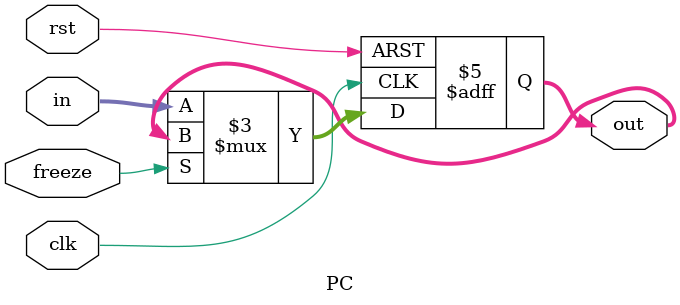
<source format=v>

module PC(clk, rst, freeze, in, out);
input clk, rst, freeze;
input [31:0] in;
output reg [31:0] out;
  always @ (posedge clk, posedge rst) begin
    if (rst) out <= 32'b0;
    else begin
      if (freeze) out <= out;
      else out <= in;
    end
  end

endmodule

</source>
